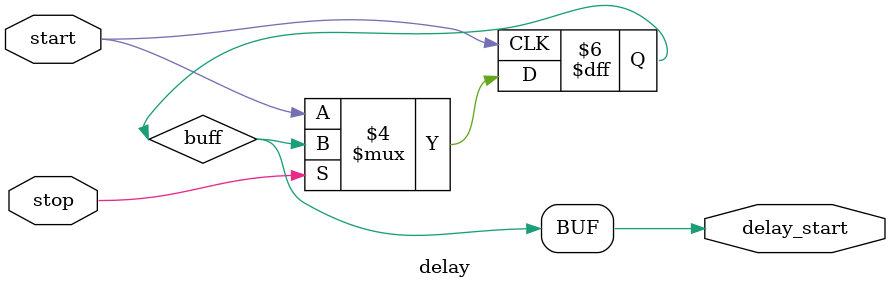
<source format=v>
`timescale 1ns / 1ps


module delay(
    input start,
    input stop,
    output delay_start
    );
    reg buff;
    reg i;
    
    //initial begin
    //    assign buff=0;
    //end
    
    assign delay_start=buff;
    
    always @(posedge start)
    begin
        if(stop==0)
        begin
            //i=2147483648*2147483648;
            #0.1 buff=start;
        end
    end
endmodule

</source>
